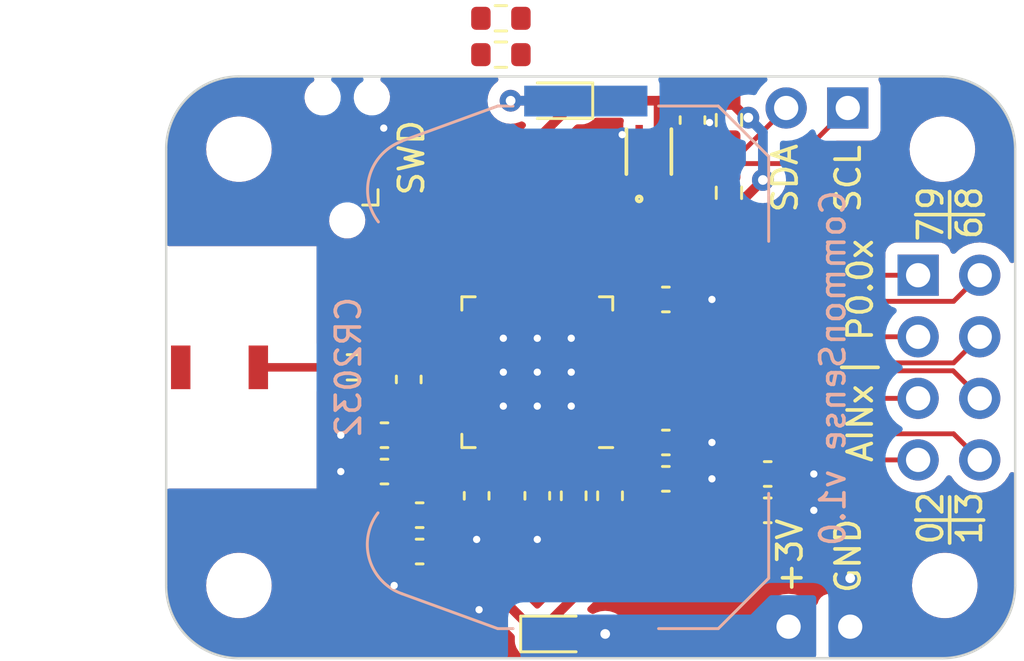
<source format=kicad_pcb>
(kicad_pcb (version 20221018) (generator pcbnew)
  (layers (0 "F.Cu" signal) (31 "B.Cu" signal) (34 "B.Paste" user) (35 "F.Paste" user) (36 "B.SilkS" user "B.Silkscreen") (37 "F.SilkS" user "F.Silkscreen") (38 "B.Mask" user) (39 "F.Mask" user) (44 "Edge.Cuts" user))
  (net 0 "")
  (net 1 "/RF")
  (net 2 "GND")
  (net 3 "/XL1")
  (net 4 "/XL2")
  (net 5 "/DEC1")
  (net 6 "/DEC4")
  (net 7 "/DEC3")
  (net 8 "/DEC2")
  (net 9 "/XC1")
  (net 10 "/XC2")
  (net 11 "/ANT")
  (net 12 "/LED_RES")
  (net 13 "/STATUS_LED")
  (net 14 "/P0.09")
  (net 15 "/P0.08")
  (net 16 "/P0.07")
  (net 17 "/P0.06")
  (net 18 "/AIN3")
  (net 19 "/AIN2")
  (net 20 "/AIN1")
  (net 21 "/AIN0")
  (net 32 "/SWDCLK")
  (net 33 "/SWDIO")
  (net 43 "/SDA")
  (net 44 "/SCL")
  (net 46 "/NRESET")
  (net 47 "/DCC")
  (net 48 "/L_MID")
  (net 49 "+BATT")
  (net 50 "+3V0")
  (footprint "Diode_SMD:D_0603_1608Metric" (layer "F.Cu") (at 152.1 57 180)
    (fp_text reference "D3" hide)
    (fp_text value "CDBU0130L-HF " hide)
    (fp_line (start -1.485 -0.735) (end -1.485 0.735) (stroke (width 0.12)) (layer "F.SilkS"))
    (fp_line (start -1.485 0.735) (end 0.8 0.735) (stroke (width 0.12)) (layer "F.SilkS"))
    (fp_line (start 0.8 -0.735) (end -1.485 -0.735) (stroke (width 0.12)) (layer "F.SilkS"))
    (pad "1" smd roundrect (at -0.7875 0 180) (size 0.875 0.95) (layers "F.Cu" "F.Paste" "F.Mask") (net 50 "+3V0"))
    (pad "2" smd roundrect (at 0.7875 0 180) (size 0.875 0.95) (layers "F.Cu" "F.Paste" "F.Mask") (net 49 "+BATT"))
  )
  (footprint "Connector_PinHeader_2.54mm:PinHeader_1x02_P2.54mm_Vertical" (layer "F.Cu") (at 164.2 78.7 -90)
    (fp_text reference "J2" hide)
    (fp_text value "Conn_01x02" hide)
    (pad "1" thru_hole rect locked (at 0 0 270) (size 1.7 1.7) (drill 1) (layers "*.Cu" "*.Mask") (net 2 "GND"))
    (pad "2" thru_hole oval locked (at 0 2.54 270) (size 1.7 1.7) (drill 1) (layers "*.Cu" "*.Mask") (net 49 "+BATT"))
  )
  (footprint "Capacitor_SMD:C_0603_1608Metric" (layer "F.Cu") (at 145 70.8 180)
    (fp_text reference "C9" hide)
    (fp_text value "N.C." hide)
    (fp_line (start -0.14058 -0.51) (end 0.14058 -0.51) (stroke (width 0.12)) (layer "F.SilkS"))
    (fp_line (start -0.14058 0.51) (end 0.14058 0.51) (stroke (width 0.12)) (layer "F.SilkS"))
    (pad "1" smd roundrect (at -0.775 0 180) (size 0.9 0.95) (layers "F.Cu" "F.Paste" "F.Mask") (net 8 "/DEC2"))
    (pad "2" smd roundrect (at 0.775 0 180) (size 0.9 0.95) (layers "F.Cu" "F.Paste" "F.Mask") (net 2 "GND"))
  )
  (footprint "Capacitor_SMD:C_0603_1608Metric" (layer "F.Cu") (at 156.6 71.1 180)
    (fp_text reference "C3" hide)
    (fp_text value "100n" hide)
    (fp_line (start -0.14058 -0.51) (end 0.14058 -0.51) (stroke (width 0.12)) (layer "F.SilkS"))
    (fp_line (start -0.14058 0.51) (end 0.14058 0.51) (stroke (width 0.12)) (layer "F.SilkS"))
    (pad "1" smd roundrect (at -0.775 0 180) (size 0.9 0.95) (layers "F.Cu" "F.Paste" "F.Mask") (net 2 "GND"))
    (pad "2" smd roundrect (at 0.775 0 180) (size 0.9 0.95) (layers "F.Cu" "F.Paste" "F.Mask") (net 5 "/DEC1"))
  )
  (footprint "Diode_SMD:D_0603_1608Metric" (layer "F.Cu") (at 152.1 79)
    (fp_text reference "D2" hide)
    (fp_text value "CDBU0130L-HF " hide)
    (fp_line (start -1.485 -0.735) (end -1.485 0.735) (stroke (width 0.12)) (layer "F.SilkS"))
    (fp_line (start -1.485 0.735) (end 0.8 0.735) (stroke (width 0.12)) (layer "F.SilkS"))
    (fp_line (start 0.8 -0.735) (end -1.485 -0.735) (stroke (width 0.12)) (layer "F.SilkS"))
    (pad "1" smd roundrect (at -0.7875 0) (size 0.875 0.95) (layers "F.Cu" "F.Paste" "F.Mask") (net 50 "+3V0"))
    (pad "2" smd roundrect (at 0.7875 0) (size 0.875 0.95) (layers "F.Cu" "F.Paste" "F.Mask") (net 49 "+BATT"))
  )
  (footprint "MountingHole:MountingHole_2.2mm_M2" (layer "F.Cu") (at 168.1 77)
    (fp_text reference "H4" hide)
    (fp_text value "MountingHole" hide)
    (pad "" np_thru_hole circle locked (at 0 0) (size 2.2 2.2) (drill 2.2) (layers "*.Cu" "*.Mask"))
  )
  (footprint "Inductor_SMD:L_0603_1608Metric" (layer "F.Cu") (at 154.3 73.3 90)
    (fp_text reference "L3" hide)
    (fp_text value "10uH" hide)
    (fp_line (start -0.162779 -0.51) (end 0.162779 -0.51) (stroke (width 0.12)) (layer "F.SilkS"))
    (fp_line (start -0.162779 0.51) (end 0.162779 0.51) (stroke (width 0.12)) (layer "F.SilkS"))
    (pad "1" smd roundrect (at -0.7875 0 90) (size 0.875 0.95) (layers "F.Cu" "F.Paste" "F.Mask") (net 48 "/L_MID"))
    (pad "2" smd roundrect (at 0.7875 0 90) (size 0.875 0.95) (layers "F.Cu" "F.Paste" "F.Mask") (net 47 "/DCC"))
  )
  (footprint "MountingHole:MountingHole_2.2mm_M2" (layer "F.Cu") (at 139 77)
    (fp_text reference "H1" hide)
    (fp_text value "MountingHole" hide)
    (pad "" np_thru_hole circle locked (at 0 0) (size 2.2 2.2) (drill 2.2) (layers "*.Cu" "*.Mask"))
  )
  (footprint "Connector_PinHeader_2.54mm:PinHeader_2x04_P2.54mm_Vertical" (layer "F.Cu") (at 167 64.2)
    (fp_text reference "J1" hide)
    (fp_text value "Conn_02x04_Counter_Clockwise" hide)
    (pad "1" thru_hole rect locked (at 0 0) (size 1.7 1.7) (drill 1) (layers "*.Cu" "*.Mask") (net 14 "/P0.09"))
    (pad "2" thru_hole oval locked (at 2.54 0) (size 1.7 1.7) (drill 1) (layers "*.Cu" "*.Mask") (net 15 "/P0.08"))
    (pad "3" thru_hole oval locked (at 0 2.54) (size 1.7 1.7) (drill 1) (layers "*.Cu" "*.Mask") (net 16 "/P0.07"))
    (pad "4" thru_hole oval locked (at 2.54 2.54) (size 1.7 1.7) (drill 1) (layers "*.Cu" "*.Mask") (net 17 "/P0.06"))
    (pad "5" thru_hole oval locked (at 0 5.08) (size 1.7 1.7) (drill 1) (layers "*.Cu" "*.Mask") (net 19 "/AIN2"))
    (pad "6" thru_hole oval locked (at 2.54 5.08) (size 1.7 1.7) (drill 1) (layers "*.Cu" "*.Mask") (net 18 "/AIN3"))
    (pad "7" thru_hole oval locked (at 0 7.62) (size 1.7 1.7) (drill 1) (layers "*.Cu" "*.Mask") (net 21 "/AIN0"))
    (pad "8" thru_hole oval locked (at 2.54 7.62) (size 1.7 1.7) (drill 1) (layers "*.Cu" "*.Mask") (net 20 "/AIN1"))
  )
  (footprint "encyclopedia_galactica:ECS-.327-12.5-12R-TR" (layer "F.Cu") (at 160.076228 75.527211 180)
    (fp_text reference "Y1" hide)
    (fp_text value " ECS-.327-12.5-12R-TR " hide)
    (pad "1" smd rect (at -0.7 0 180) (size 0.6 1.1) (layers "F.Cu" "F.Paste" "F.Mask") (net 4 "/XL2"))
    (pad "2" smd rect (at 0.7 0 180) (size 0.6 1.1) (layers "F.Cu" "F.Paste" "F.Mask") (net 3 "/XL1"))
  )
  (footprint "encyclopedia_galactica:2108838-1" (layer "F.Cu") (at 135.7 68)
    (fp_text reference "2108838-1" hide)
    (fp_text value "~" hide)
    (pad "1" smd rect (at 4.1 0) (size 0.8 1.8) (layers "F.Cu" "F.Paste" "F.Mask") (net 1 "/RF"))
    (pad "2" smd rect (at 0.9 0) (size 0.8 1.8) (layers "F.Cu" "F.Paste" "F.Mask"))
    (zone (net 0) (net_name "") (layers "*.Cu") (connect_pads (clearance 0)) (min_thickness 0.25)
      (keepout (tracks allowed) (vias not_allowed) (pads allowed) (copperpour not_allowed) (footprints not_allowed))
      (fill (thermal_gap 0.5) (thermal_bridge_width 0.5))
      (polygon (pts (xy 129.2 63) (xy 129.2 73) (xy 142.2 73) (xy 142.2 63)))
    )
  )
  (footprint "MountingHole:MountingHole_2.2mm_M2" (layer "F.Cu") (at 139 59)
    (fp_text reference "H2" hide)
    (fp_text value "MountingHole" hide)
    (pad "" np_thru_hole circle locked (at 0 0) (size 2.2 2.2) (drill 2.2) (layers "*.Cu" "*.Mask"))
  )
  (footprint "Connector_PinHeader_2.54mm:PinHeader_1x02_P2.54mm_Vertical" (layer "F.Cu") (at 164.1 57.3 -90)
    (fp_text reference "J3" hide)
    (fp_text value "Conn_01x02" hide)
    (pad "1" thru_hole rect locked (at 0 0 270) (size 1.7 1.7) (drill 1) (layers "*.Cu" "*.Mask") (net 44 "/SCL"))
    (pad "2" thru_hole oval locked (at 0 2.54 270) (size 1.7 1.7) (drill 1) (layers "*.Cu" "*.Mask") (net 43 "/SDA"))
  )
  (footprint "Resistor_SMD:R_0603_1608Metric" (layer "F.Cu") (at 149.8 53.6)
    (fp_text reference "D1" hide)
    (fp_text value "LED" hide)
    (fp_line (start -0.237258 -0.5225) (end 0.237258 -0.5225) (stroke (width 0.12)) (layer "F.SilkS"))
    (fp_line (start -0.237258 0.5225) (end 0.237258 0.5225) (stroke (width 0.12)) (layer "F.SilkS"))
    (pad "1" smd roundrect (at -0.825 0) (size 0.8 0.95) (layers "F.Cu" "F.Paste" "F.Mask") (net 2 "GND"))
    (pad "2" smd roundrect (at 0.825 0) (size 0.8 0.95) (layers "F.Cu" "F.Paste" "F.Mask") (net 12 "/LED_RES"))
  )
  (footprint "Package_DFN_QFN:QFN-48-1EP_6x6mm_P0.4mm_EP4.6x4.6mm" (layer "F.Cu") (at 151.3 68.2 180)
    (fp_text reference "U1" hide)
    (fp_text value "NRF52810-QFAA-R7" hide)
    (fp_line (start -3.11 3.11) (end -3.11 2.56) (stroke (width 0.12)) (layer "F.SilkS"))
    (fp_line (start -2.56 -3.11) (end -3.11 -3.11) (stroke (width 0.12)) (layer "F.SilkS"))
    (fp_line (start -2.56 3.11) (end -3.11 3.11) (stroke (width 0.12)) (layer "F.SilkS"))
    (fp_line (start 2.56 -3.11) (end 3.11 -3.11) (stroke (width 0.12)) (layer "F.SilkS"))
    (fp_line (start 2.56 3.11) (end 3.11 3.11) (stroke (width 0.12)) (layer "F.SilkS"))
    (fp_line (start 3.11 -3.11) (end 3.11 -2.56) (stroke (width 0.12)) (layer "F.SilkS"))
    (fp_line (start 3.11 3.11) (end 3.11 2.56) (stroke (width 0.12)) (layer "F.SilkS"))
    (pad "1" smd roundrect (at -2.95 -2.2 180) (size 0.8 0.2) (layers "F.Cu" "F.Paste" "F.Mask") (net 5 "/DEC1"))
    (pad "2" smd roundrect (at -2.95 -1.8 180) (size 0.8 0.2) (layers "F.Cu" "F.Paste" "F.Mask") (net 3 "/XL1"))
    (pad "3" smd roundrect (at -2.95 -1.4 180) (size 0.8 0.2) (layers "F.Cu" "F.Paste" "F.Mask") (net 4 "/XL2"))
    (pad "4" smd roundrect (at -2.95 -1 180) (size 0.8 0.2) (layers "F.Cu" "F.Paste" "F.Mask") (net 21 "/AIN0"))
    (pad "5" smd roundrect (at -2.95 -0.6 180) (size 0.8 0.2) (layers "F.Cu" "F.Paste" "F.Mask") (net 20 "/AIN1"))
    (pad "6" smd roundrect (at -2.95 -0.2 180) (size 0.8 0.2) (layers "F.Cu" "F.Paste" "F.Mask") (net 19 "/AIN2"))
    (pad "7" smd roundrect (at -2.95 0.2 180) (size 0.8 0.2) (layers "F.Cu" "F.Paste" "F.Mask") (net 18 "/AIN3"))
    (pad "8" smd roundrect (at -2.95 0.6 180) (size 0.8 0.2) (layers "F.Cu" "F.Paste" "F.Mask") (net 17 "/P0.06"))
    (pad "9" smd roundrect (at -2.95 1 180) (size 0.8 0.2) (layers "F.Cu" "F.Paste" "F.Mask") (net 16 "/P0.07"))
    (pad "10" smd roundrect (at -2.95 1.4 180) (size 0.8 0.2) (layers "F.Cu" "F.Paste" "F.Mask") (net 15 "/P0.08"))
    (pad "11" smd roundrect (at -2.95 1.8 180) (size 0.8 0.2) (layers "F.Cu" "F.Paste" "F.Mask") (net 14 "/P0.09"))
    (pad "12" smd roundrect (at -2.95 2.2 180) (size 0.8 0.2) (layers "F.Cu" "F.Paste" "F.Mask"))
    (pad "13" smd roundrect (at -2.2 2.95 180) (size 0.2 0.8) (layers "F.Cu" "F.Paste" "F.Mask") (net 50 "+3V0"))
    (pad "14" smd roundrect (at -1.8 2.95 180) (size 0.2 0.8) (layers "F.Cu" "F.Paste" "F.Mask"))
    (pad "15" smd roundrect (at -1.4 2.95 180) (size 0.2 0.8) (layers "F.Cu" "F.Paste" "F.Mask"))
    (pad "16" smd roundrect (at -1 2.95 180) (size 0.2 0.8) (layers "F.Cu" "F.Paste" "F.Mask") (net 44 "/SCL"))
    (pad "17" smd roundrect (at -0.6 2.95 180) (size 0.2 0.8) (layers "F.Cu" "F.Paste" "F.Mask") (net 43 "/SDA"))
    (pad "18" smd roundrect (at -0.2 2.95 180) (size 0.2 0.8) (layers "F.Cu" "F.Paste" "F.Mask"))
    (pad "19" smd roundrect (at 0.2 2.95 180) (size 0.2 0.8) (layers "F.Cu" "F.Paste" "F.Mask"))
    (pad "20" smd roundrect (at 0.6 2.95 180) (size 0.2 0.8) (layers "F.Cu" "F.Paste" "F.Mask"))
    (pad "21" smd roundrect (at 1 2.95 180) (size 0.2 0.8) (layers "F.Cu" "F.Paste" "F.Mask"))
    (pad "22" smd roundrect (at 1.4 2.95 180) (size 0.2 0.8) (layers "F.Cu" "F.Paste" "F.Mask"))
    (pad "23" smd roundrect (at 1.8 2.95 180) (size 0.2 0.8) (layers "F.Cu" "F.Paste" "F.Mask") (net 13 "/STATUS_LED"))
    (pad "24" smd roundrect (at 2.2 2.95 180) (size 0.2 0.8) (layers "F.Cu" "F.Paste" "F.Mask") (net 46 "/NRESET"))
    (pad "25" smd roundrect (at 2.95 2.2 180) (size 0.8 0.2) (layers "F.Cu" "F.Paste" "F.Mask") (net 32 "/SWDCLK"))
    (pad "26" smd roundrect (at 2.95 1.8 180) (size 0.8 0.2) (layers "F.Cu" "F.Paste" "F.Mask") (net 33 "/SWDIO"))
    (pad "27" smd roundrect (at 2.95 1.4 180) (size 0.8 0.2) (layers "F.Cu" "F.Paste" "F.Mask"))
    (pad "28" smd roundrect (at 2.95 1 180) (size 0.8 0.2) (layers "F.Cu" "F.Paste" "F.Mask"))
    (pad "29" smd roundrect (at 2.95 0.6 180) (size 0.8 0.2) (layers "F.Cu" "F.Paste" "F.Mask"))
    (pad "30" smd roundrect (at 2.95 0.2 180) (size 0.8 0.2) (layers "F.Cu" "F.Paste" "F.Mask") (net 11 "/ANT"))
    (pad "31" smd roundrect (at 2.95 -0.2 180) (size 0.8 0.2) (layers "F.Cu" "F.Paste" "F.Mask") (net 2 "GND"))
    (pad "32" smd roundrect (at 2.95 -0.6 180) (size 0.8 0.2) (layers "F.Cu" "F.Paste" "F.Mask") (net 8 "/DEC2"))
    (pad "33" smd roundrect (at 2.95 -1 180) (size 0.8 0.2) (layers "F.Cu" "F.Paste" "F.Mask") (net 7 "/DEC3"))
    (pad "34" smd roundrect (at 2.95 -1.4 180) (size 0.8 0.2) (layers "F.Cu" "F.Paste" "F.Mask") (net 10 "/XC2"))
    (pad "35" smd roundrect (at 2.95 -1.8 180) (size 0.8 0.2) (layers "F.Cu" "F.Paste" "F.Mask") (net 9 "/XC1"))
    (pad "36" smd roundrect (at 2.95 -2.2 180) (size 0.8 0.2) (layers "F.Cu" "F.Paste" "F.Mask") (net 50 "+3V0"))
    (pad "37" smd roundrect (at 2.2 -2.95 180) (size 0.2 0.8) (layers "F.Cu" "F.Paste" "F.Mask"))
    (pad "38" smd roundrect (at 1.8 -2.95 180) (size 0.2 0.8) (layers "F.Cu" "F.Paste" "F.Mask"))
    (pad "39" smd roundrect (at 1.4 -2.95 180) (size 0.2 0.8) (layers "F.Cu" "F.Paste" "F.Mask"))
    (pad "40" smd roundrect (at 1 -2.95 180) (size 0.2 0.8) (layers "F.Cu" "F.Paste" "F.Mask"))
    (pad "41" smd roundrect (at 0.6 -2.95 180) (size 0.2 0.8) (layers "F.Cu" "F.Paste" "F.Mask"))
    (pad "42" smd roundrect (at 0.2 -2.95 180) (size 0.2 0.8) (layers "F.Cu" "F.Paste" "F.Mask"))
    (pad "43" smd roundrect (at -0.2 -2.95 180) (size 0.2 0.8) (layers "F.Cu" "F.Paste" "F.Mask"))
    (pad "44" smd roundrect (at -0.6 -2.95 180) (size 0.2 0.8) (layers "F.Cu" "F.Paste" "F.Mask"))
    (pad "45" smd roundrect (at -1 -2.95 180) (size 0.2 0.8) (layers "F.Cu" "F.Paste" "F.Mask") (net 2 "GND"))
    (pad "46" smd roundrect (at -1.4 -2.95 180) (size 0.2 0.8) (layers "F.Cu" "F.Paste" "F.Mask") (net 6 "/DEC4"))
    (pad "47" smd roundrect (at -1.8 -2.95 180) (size 0.2 0.8) (layers "F.Cu" "F.Paste" "F.Mask") (net 47 "/DCC"))
    (pad "48" smd roundrect (at -2.2 -2.95 180) (size 0.2 0.8) (layers "F.Cu" "F.Paste" "F.Mask") (net 50 "+3V0"))
    (pad "49" smd rect (at 0 0 180) (size 4.6 4.6) (layers "F.Cu" "F.Mask") (net 2 "GND"))
  )
  (footprint "Capacitor_SMD:C_0603_1608Metric" (layer "F.Cu") (at 145 72.3 180)
    (fp_text reference "C8" hide)
    (fp_text value "100pF" hide)
    (fp_line (start -0.14058 -0.51) (end 0.14058 -0.51) (stroke (width 0.12)) (layer "F.SilkS"))
    (fp_line (start -0.14058 0.51) (end 0.14058 0.51) (stroke (width 0.12)) (layer "F.SilkS"))
    (pad "1" smd roundrect (at -0.775 0 180) (size 0.9 0.95) (layers "F.Cu" "F.Paste" "F.Mask") (net 7 "/DEC3"))
    (pad "2" smd roundrect (at 0.775 0 180) (size 0.9 0.95) (layers "F.Cu" "F.Paste" "F.Mask") (net 2 "GND"))
  )
  (footprint "Capacitor_SMD:C_0603_1608Metric" (layer "F.Cu") (at 156.6 72.6 180)
    (fp_text reference "C5" hide)
    (fp_text value "4u7" hide)
    (fp_line (start -0.14058 -0.51) (end 0.14058 -0.51) (stroke (width 0.12)) (layer "F.SilkS"))
    (fp_line (start -0.14058 0.51) (end 0.14058 0.51) (stroke (width 0.12)) (layer "F.SilkS"))
    (pad "1" smd roundrect (at -0.775 0 180) (size 0.9 0.95) (layers "F.Cu" "F.Paste" "F.Mask") (net 2 "GND"))
    (pad "2" smd roundrect (at 0.775 0 180) (size 0.9 0.95) (layers "F.Cu" "F.Paste" "F.Mask") (net 50 "+3V0"))
  )
  (footprint "Capacitor_SMD:C_0603_1608Metric" (layer "F.Cu") (at 146.45 74.1 180)
    (fp_text reference "C11" hide)
    (fp_text value "12pF" hide)
    (fp_line (start -0.14058 -0.51) (end 0.14058 -0.51) (stroke (width 0.12)) (layer "F.SilkS"))
    (fp_line (start -0.14058 0.51) (end 0.14058 0.51) (stroke (width 0.12)) (layer "F.SilkS"))
    (pad "1" smd roundrect (at -0.775 0 180) (size 0.9 0.95) (layers "F.Cu" "F.Paste" "F.Mask") (net 10 "/XC2"))
    (pad "2" smd roundrect (at 0.775 0 180) (size 0.9 0.95) (layers "F.Cu" "F.Paste" "F.Mask") (net 2 "GND"))
  )
  (footprint "Resistor_SMD:R_0603_1608Metric" (layer "F.Cu") (at 159.2 57.8 -90)
    (fp_text reference "R4" hide)
    (fp_text value "10k" hide)
    (fp_line (start -0.237258 -0.5225) (end 0.237258 -0.5225) (stroke (width 0.12)) (layer "F.SilkS"))
    (fp_line (start -0.237258 0.5225) (end 0.237258 0.5225) (stroke (width 0.12)) (layer "F.SilkS"))
    (pad "1" smd roundrect (at -0.825 0 270) (size 0.8 0.95) (layers "F.Cu" "F.Paste" "F.Mask") (net 50 "+3V0"))
    (pad "2" smd roundrect (at 0.825 0 270) (size 0.8 0.95) (layers "F.Cu" "F.Paste" "F.Mask") (net 43 "/SDA"))
  )
  (footprint "Connector:Tag-Connect_TC2030-IDC-NL_2x03_P1.27mm_Vertical" (layer "F.Cu") (at 143.465 59.4 90)
    (fp_text reference "J5" hide)
    (fp_text value "Conn_ARM_SWD_TagConnect_TC2030-NL" hide)
    (fp_line (start -1.905 1.27) (end -1.905 0.635) (stroke (width 0.12)) (layer "F.SilkS"))
    (fp_line (start -1.27 1.27) (end -1.905 1.27) (stroke (width 0.12)) (layer "F.SilkS"))
    (pad "" np_thru_hole circle (at -2.54 0 90) (size 0.9906 0.9906) (drill 0.9906) (layers "*.Cu" "*.Mask"))
    (pad "" np_thru_hole circle (at 2.54 -1.016 90) (size 0.9906 0.9906) (drill 0.9906) (layers "*.Cu" "*.Mask"))
    (pad "" np_thru_hole circle (at 2.54 1.016 90) (size 0.9906 0.9906) (drill 0.9906) (layers "*.Cu" "*.Mask"))
    (pad "1" connect circle (at -1.27 0.635 90) (size 0.7874 0.7874) (layers "F.Cu" "F.Mask") (net 50 "+3V0"))
    (pad "2" connect circle (at -1.27 -0.635 90) (size 0.7874 0.7874) (layers "F.Cu" "F.Mask") (net 33 "/SWDIO"))
    (pad "3" connect circle (at 0 0.635 90) (size 0.7874 0.7874) (layers "F.Cu" "F.Mask") (net 46 "/NRESET"))
    (pad "4" connect circle (at 0 -0.635 90) (size 0.7874 0.7874) (layers "F.Cu" "F.Mask") (net 32 "/SWDCLK"))
    (pad "5" connect circle (at 1.27 0.635 90) (size 0.7874 0.7874) (layers "F.Cu" "F.Mask") (net 2 "GND"))
    (pad "6" connect circle (at 1.27 -0.635 90) (size 0.7874 0.7874) (layers "F.Cu" "F.Mask"))
    (zone (net 0) (net_name "") (layer "F.Cu") (connect_pads (clearance 0)) (min_thickness 0.254)
      (keepout (tracks allowed) (vias not_allowed) (pads allowed) (copperpour not_allowed) (footprints not_allowed))
      (fill (thermal_gap 0.508) (thermal_bridge_width 0.508))
      (polygon (pts (xy 142.83 58.13) (xy 142.83 60.67) (xy 144.1 60.67) (xy 144.1 58.13)))
    )
  )
  (footprint "Resistor_SMD:R_0603_1608Metric" (layer "F.Cu") (at 149.8 55.1)
    (fp_text reference "R1" hide)
    (fp_text value "R" hide)
    (fp_line (start -0.237258 -0.5225) (end 0.237258 -0.5225) (stroke (width 0.12)) (layer "F.SilkS"))
    (fp_line (start -0.237258 0.5225) (end 0.237258 0.5225) (stroke (width 0.12)) (layer "F.SilkS"))
    (pad "1" smd roundrect (at -0.825 0) (size 0.8 0.95) (layers "F.Cu" "F.Paste" "F.Mask") (net 13 "/STATUS_LED"))
    (pad "2" smd roundrect (at 0.825 0) (size 0.8 0.95) (layers "F.Cu" "F.Paste" "F.Mask") (net 12 "/LED_RES"))
  )
  (footprint "MountingHole:MountingHole_2.2mm_M2" (layer "F.Cu") (at 168 59)
    (fp_text reference "H3" hide)
    (fp_text value "MountingHole" hide)
    (pad "" np_thru_hole circle locked (at 0 0) (size 2.2 2.2) (drill 2.2) (layers "*.Cu" "*.Mask"))
  )
  (footprint "Resistor_SMD:R_0603_1608Metric" (layer "F.Cu") (at 143.7 68 180)
    (fp_text reference "L1" hide)
    (fp_text value "3.9nH" hide)
    (fp_line (start -0.237258 -0.5225) (end 0.237258 -0.5225) (stroke (width 0.12)) (layer "F.SilkS"))
    (fp_line (start -0.237258 0.5225) (end 0.237258 0.5225) (stroke (width 0.12)) (layer "F.SilkS"))
    (pad "1" smd roundrect (at -0.825 0 180) (size 0.8 0.95) (layers "F.Cu" "F.Paste" "F.Mask") (net 11 "/ANT"))
    (pad "2" smd roundrect (at 0.825 0 180) (size 0.8 0.95) (layers "F.Cu" "F.Paste" "F.Mask") (net 1 "/RF"))
  )
  (footprint "Resistor_SMD:R_0603_1608Metric" (layer "F.Cu") (at 159.2 60.8 -90)
    (fp_text reference "R3" hide)
    (fp_text value "10k" hide)
    (fp_line (start -0.237258 -0.5225) (end 0.237258 -0.5225) (stroke (width 0.12)) (layer "F.SilkS"))
    (fp_line (start -0.237258 0.5225) (end 0.237258 0.5225) (stroke (width 0.12)) (layer "F.SilkS"))
    (pad "1" smd roundrect (at -0.825 0 270) (size 0.8 0.95) (layers "F.Cu" "F.Paste" "F.Mask") (net 44 "/SCL"))
    (pad "2" smd roundrect (at 0.825 0 270) (size 0.8 0.95) (layers "F.Cu" "F.Paste" "F.Mask") (net 50 "+3V0"))
  )
  (footprint "Capacitor_SMD:C_0603_1608Metric" (layer "F.Cu") (at 148.8 73.3 90)
    (fp_text reference "C7" hide)
    (fp_text value "100n" hide)
    (fp_line (start -0.14058 -0.51) (end 0.14058 -0.51) (stroke (width 0.12)) (layer "F.SilkS"))
    (fp_line (start -0.14058 0.51) (end 0.14058 0.51) (stroke (width 0.12)) (layer "F.SilkS"))
    (pad "1" smd roundrect (at -0.775 0 90) (size 0.9 0.95) (layers "F.Cu" "F.Paste" "F.Mask") (net 2 "GND"))
    (pad "2" smd roundrect (at 0.775 0 90) (size 0.9 0.95) (layers "F.Cu" "F.Paste" "F.Mask") (net 50 "+3V0"))
  )
  (footprint "Capacitor_SMD:C_0603_1608Metric" (layer "F.Cu") (at 157.7 57.8 -90)
    (fp_text reference "C13" hide)
    (fp_text value "100n" hide)
    (fp_line (start -0.14058 -0.51) (end 0.14058 -0.51) (stroke (width 0.12)) (layer "F.SilkS"))
    (fp_line (start -0.14058 0.51) (end 0.14058 0.51) (stroke (width 0.12)) (layer "F.SilkS"))
    (pad "1" smd roundrect (at -0.775 0 270) (size 0.9 0.95) (layers "F.Cu" "F.Paste" "F.Mask") (net 50 "+3V0"))
    (pad "2" smd roundrect (at 0.775 0 270) (size 0.9 0.95) (layers "F.Cu" "F.Paste" "F.Mask") (net 2 "GND"))
  )
  (footprint "Capacitor_SMD:C_0603_1608Metric" (layer "F.Cu") (at 160.8 73.9)
    (fp_text reference "C2" hide)
    (fp_text value "12pF" hide)
    (fp_line (start -0.14058 -0.51) (end 0.14058 -0.51) (stroke (width 0.12)) (layer "F.SilkS"))
    (fp_line (start -0.14058 0.51) (end 0.14058 0.51) (stroke (width 0.12)) (layer "F.SilkS"))
    (pad "1" smd roundrect (at -0.775 0) (size 0.9 0.95) (layers "F.Cu" "F.Paste" "F.Mask") (net 4 "/XL2"))
    (pad "2" smd roundrect (at 0.775 0) (size 0.9 0.95) (layers "F.Cu" "F.Paste" "F.Mask") (net 2 "GND"))
  )
  (footprint "Capacitor_SMD:C_0603_1608Metric" (layer "F.Cu") (at 156.6 65.2 180)
    (fp_text reference "C4" hide)
    (fp_text value "100n" hide)
    (fp_line (start -0.14058 -0.51) (end 0.14058 -0.51) (stroke (width 0.12)) (layer "F.SilkS"))
    (fp_line (start -0.14058 0.51) (end 0.14058 0.51) (stroke (width 0.12)) (layer "F.SilkS"))
    (pad "1" smd roundrect (at -0.775 0 180) (size 0.9 0.95) (layers "F.Cu" "F.Paste" "F.Mask") (net 2 "GND"))
    (pad "2" smd roundrect (at 0.775 0 180) (size 0.9 0.95) (layers "F.Cu" "F.Paste" "F.Mask") (net 50 "+3V0"))
  )
  (footprint "encyclopedia_galactica:DFN4_SHT41_SEN" (layer "F.Cu") (at 155.9 59.1 90)
    (fp_text reference "U2" hide)
    (fp_text value "SHT41-AD1B-R2" hide)
    (fp_line (start -0.9271 0.9271) (end 0.9271 0.9271) (stroke (width 0.1524)) (layer "F.SilkS"))
    (fp_line (start 0.9271 -0.9271) (end -0.9271 -0.9271) (stroke (width 0.1524)) (layer "F.SilkS"))
    (fp_circle (center -1.950999 -0.40005) (end -1.849399 -0.40005) (stroke (width 0.1524)) (fill none) (layer "F.SilkS"))
    (pad "1" smd rect (at -0.7469 -0.40005 90) (size 0.706399 0.3056) (layers "F.Cu" "F.Paste" "F.Mask") (net 43 "/SDA"))
    (pad "2" smd rect (at -0.7469 0.40005 90) (size 0.706399 0.3056) (layers "F.Cu" "F.Paste" "F.Mask") (net 44 "/SCL"))
    (pad "3" smd rect (at 0.7469 0.40005 90) (size 0.706399 0.3056) (layers "F.Cu" "F.Paste" "F.Mask") (net 50 "+3V0"))
    (pad "4" smd rect (at 0.7469 -0.40005 90) (size 0.706399 0.3056) (layers "F.Cu" "F.Paste" "F.Mask") (net 2 "GND"))
  )
  (footprint "Capacitor_SMD:C_0603_1608Metric" (layer "F.Cu") (at 160.8 72.4)
    (fp_text reference "C1" hide)
    (fp_text value "12pF" hide)
    (fp_line (start -0.14058 -0.51) (end 0.14058 -0.51) (stroke (width 0.12)) (layer "F.SilkS"))
    (fp_line (start -0.14058 0.51) (end 0.14058 0.51) (stroke (width 0.12)) (layer "F.SilkS"))
    (pad "1" smd roundrect (at -0.775 0) (size 0.9 0.95) (layers "F.Cu" "F.Paste" "F.Mask") (net 3 "/XL1"))
    (pad "2" smd roundrect (at 0.775 0) (size 0.9 0.95) (layers "F.Cu" "F.Paste" "F.Mask") (net 2 "GND"))
  )
  (footprint "Inductor_SMD:L_0603_1608Metric" (layer "F.Cu") (at 152.8 73.3 -90)
    (fp_text reference "L2" hide)
    (fp_text value "15nH" hide)
    (fp_line (start -0.162779 -0.51) (end 0.162779 -0.51) (stroke (width 0.12)) (layer "F.SilkS"))
    (fp_line (start -0.162779 0.51) (end 0.162779 0.51) (stroke (width 0.12)) (layer "F.SilkS"))
    (pad "1" smd roundrect (at -0.7875 0 270) (size 0.875 0.95) (layers "F.Cu" "F.Paste" "F.Mask") (net 6 "/DEC4"))
    (pad "2" smd roundrect (at 0.7875 0 270) (size 0.875 0.95) (layers "F.Cu" "F.Paste" "F.Mask") (net 48 "/L_MID"))
  )
  (footprint "encyclopedia_galactica:ABM11W-30.0000MHZ-7-D1X-T3" (layer "F.Cu") (at 147.1625 77.5)
    (fp_text reference "Y2" hide)
    (fp_text value "ABM11W-32.0000MHZ-7-D1X-T3 " hide)
    (pad "1" smd rect (at -0.637 -0.487 90) (size 0.775 0.875) (layers "F.Cu" "F.Paste" "F.Mask") (net 2 "GND"))
    (pad "2" smd rect (at 0.637 -0.487 90) (size 0.775 0.875) (layers "F.Cu" "F.Paste" "F.Mask") (net 9 "/XC1"))
    (pad "3" smd rect (at -0.637 0.487 90) (size 0.775 0.875) (layers "F.Cu" "F.Paste" "F.Mask") (net 10 "/XC2"))
    (pad "4" smd rect (at 0.637 0.487 90) (size 0.775 0.875) (layers "F.Cu" "F.Paste" "F.Mask") (net 2 "GND"))
  )
  (footprint "Capacitor_SMD:C_0603_1608Metric" (layer "F.Cu") (at 146 68.5 90)
    (fp_text reference "C12" hide)
    (fp_text value "0.8pF" hide)
    (fp_line (start -0.14058 -0.51) (end 0.14058 -0.51) (stroke (width 0.12)) (layer "F.SilkS"))
    (fp_line (start -0.14058 0.51) (end 0.14058 0.51) (stroke (width 0.12)) (layer "F.SilkS"))
    (pad "1" smd roundrect (at -0.775 0 90) (size 0.9 0.95) (layers "F.Cu" "F.Paste" "F.Mask") (net 2 "GND"))
    (pad "2" smd roundrect (at 0.775 0 90) (size 0.9 0.95) (layers "F.Cu" "F.Paste" "F.Mask") (net 11 "/ANT"))
  )
  (footprint "Capacitor_SMD:C_0603_1608Metric" (layer "F.Cu") (at 151.3 73.3 -90)
    (fp_text reference "C6" hide)
    (fp_text value "1u" hide)
    (fp_line (start -0.14058 -0.51) (end 0.14058 -0.51) (stroke (width 0.12)) (layer "F.SilkS"))
    (fp_line (start -0.14058 0.51) (end 0.14058 0.51) (stroke (width 0.12)) (layer "F.SilkS"))
    (pad "1" smd roundrect (at -0.775 0 270) (size 0.9 0.95) (layers "F.Cu" "F.Paste" "F.Mask") (net 6 "/DEC4"))
    (pad "2" smd roundrect (at 0.775 0 270) (size 0.9 0.95) (layers "F.Cu" "F.Paste" "F.Mask") (net 2 "GND"))
  )
  (footprint "Capacitor_SMD:C_0603_1608Metric" (layer "F.Cu") (at 146.45 75.6 180)
    (fp_text reference "C10" hide)
    (fp_text value "12pF" hide)
    (fp_line (start -0.14058 -0.51) (end 0.14058 -0.51) (stroke (width 0.12)) (layer "F.SilkS"))
    (fp_line (start -0.14058 0.51) (end 0.14058 0.51) (stroke (width 0.12)) (layer "F.SilkS"))
    (pad "1" smd roundrect (at -0.775 0 180) (size 0.9 0.95) (layers "F.Cu" "F.Paste" "F.Mask") (net 9 "/XC1"))
    (pad "2" smd roundrect (at 0.775 0 180) (size 0.9 0.95) (layers "F.Cu" "F.Paste" "F.Mask") (net 2 "GND"))
  )
  (footprint "Battery:BatteryHolder_Keystone_3034_1x20mm" (layer "B.Cu") (at 153.3 68 90)
    (fp_text reference "BT1" hide)
    (fp_text value "Battery_Cell" hide)
    (fp_line (start -10.78 -3.63) (end -9.34 -7.58) (stroke (width 0.12)) (layer "B.SilkS"))
    (fp_line (start -10.78 -3) (end -10.78 -3.63) (stroke (width 0.12)) (layer "B.SilkS"))
    (fp_line (start -10.78 5.46) (end -10.78 3) (stroke (width 0.12)) (layer "B.SilkS"))
    (fp_line (start -8.7 7.54) (end -10.78 5.46) (stroke (width 0.12)) (layer "B.SilkS"))
    (fp_line (start -5.2 7.54) (end -8.7 7.54) (stroke (width 0.12)) (layer "B.SilkS"))
    (fp_line (start 8.7 7.54) (end 5.2 7.54) (stroke (width 0.12)) (layer "B.SilkS"))
    (fp_line (start 8.7 7.54) (end 10.78 5.46) (stroke (width 0.12)) (layer "B.SilkS"))
    (fp_line (start 10.78 -3.63) (end 9.34 -7.58) (stroke (width 0.12)) (layer "B.SilkS"))
    (fp_line (start 10.78 -3) (end 10.78 -3.63) (stroke (width 0.12)) (layer "B.SilkS"))
    (fp_line (start 10.78 5.46) (end 10.78 3) (stroke (width 0.12)) (layer "B.SilkS"))
    (fp_arc (start -9.34 -7.58) (mid -7.921654 -8.918738) (end -6.003354 -8.56653) (stroke (width 0.12)) (layer "B.SilkS"))
    (fp_arc (start 6 -8.55) (mid 7.90634 -8.911669) (end 9.325243 -7.588169) (stroke (width 0.12)) (layer "B.SilkS"))
    (pad "1" smd rect (at -10.985 0 90) (size 1.27 5.08) (layers "B.Cu" "B.Paste" "B.Mask") (net 49 "+BATT"))
    (pad "1" smd rect (at 10.985 0 90) (size 1.27 5.08) (layers "B.Cu" "B.Paste" "B.Mask") (net 49 "+BATT"))
    (pad "2" smd circle (at 0 0 90) (size 17.8 17.8) (layers "B.Cu" "B.Mask") (net 2 "GND"))
  )
  (gr_line (start 168.3 75.25) (end 168.3 73.35) (stroke (width 0.15)) (layer "F.SilkS"))
  (gr_line (start 165.35 68) (end 163.85 68) (stroke (width 0.15)) (layer "F.SilkS"))
  (gr_line (start 168.3 62.65) (end 168.3 60.75) (stroke (width 0.15)) (layer "F.SilkS"))
  (gr_line (start 166.9 74.3) (end 169.7 74.3) (stroke (width 0.15)) (layer "F.SilkS"))
  (gr_line (start 166.9 61.7) (end 169.7 61.7) (stroke (width 0.15)) (layer "F.SilkS"))
  (gr_line locked (start 168.000001 80.000001) (end 139 80) (stroke (width 0.1)) (layer "Edge.Cuts"))
  (gr_line locked (start 171 59) (end 171 77) (stroke (width 0.1)) (layer "Edge.Cuts"))
  (gr_arc locked (start 138.999999 80.000001) (mid 136.878679 79.121321) (end 135.999999 77.000001) (stroke (width 0.1)) (layer "Edge.Cuts"))
  (gr_arc locked (start 168 56) (mid 170.12132 56.87868) (end 171 59) (stroke (width 0.1)) (layer "Edge.Cuts"))
  (gr_arc locked (start 135.999999 58.999999) (mid 136.878679 56.878679) (end 138.999999 55.999999) (stroke (width 0.1)) (layer "Edge.Cuts"))
  (gr_line locked (start 139 56) (end 168 56) (stroke (width 0.1)) (layer "Edge.Cuts"))
  (gr_arc locked (start 171.000001 77.000001) (mid 170.121321 79.121321) (end 168.000001 80.000001) (stroke (width 0.1)) (layer "Edge.Cuts"))
  (gr_line locked (start 136 77) (end 136 59) (stroke (width 0.1)) (layer "Edge.Cuts"))
  (gr_text "CommonSense v1.0" (at 162.9 60.6 90) (layer "B.SilkS") (effects (font (size 1 1)) (justify left top mirror)))
  (gr_text "CR2032" (at 144.1 65 90) (layer "B.SilkS") (effects (font (size 1 1)) (justify left bottom mirror)))
  (gr_text "7" (at 168.1 62.9 90) (layer "F.SilkS") (effects (font (size 1 1)) (justify left bottom)))
  (gr_text "SCL" (at 164.7 61.7 90) (layer "F.SilkS") (effects (font (size 1 1)) (justify left bottom)))
  (gr_text "SDA" (at 162.1 61.7 90) (layer "F.SilkS") (effects (font (size 1 1)) (justify left bottom)))
  (gr_text "P0.0x" (at 165.2 67 90) (layer "F.SilkS") (effects (font (size 1 1)) (justify left bottom)))
  (gr_text "+3V" (at 162.3 77.4 90) (layer "F.SilkS") (effects (font (size 1 1)) (justify left bottom)))
  (gr_text "6" (at 169.7 62.8 90) (layer "F.SilkS") (effects (font (size 1 1)) (justify left bottom)))
  (gr_text "SWD" (at 146.7 61 90) (layer "F.SilkS") (effects (font (size 1 1)) (justify left bottom)))
  (gr_text "GND" (at 164.7 77.4 90) (layer "F.SilkS") (effects (font (size 1 1)) (justify left bottom)))
  (gr_text "0" (at 168.1 75.4 90) (layer "F.SilkS") (effects (font (size 1 1)) (justify left bottom)))
  (gr_text "AINx" (at 165.2 72 90) (layer "F.SilkS") (effects (font (size 1 1)) (justify left bottom)))
  (gr_text "3" (at 169.7 74.2 90) (layer "F.SilkS") (effects (font (size 1 1)) (justify left bottom)))
  (gr_text "9" (at 168.1 61.6 90) (layer "F.SilkS") (effects (font (size 1 1)) (justify left bottom)))
  (gr_text "2" (at 168.1 74.2 90) (layer "F.SilkS") (effects (font (size 1 1)) (justify left bottom)))
  (gr_text "8" (at 169.7 61.6 90) (layer "F.SilkS") (effects (font (size 1 1)) (justify left bottom)))
  (gr_text "1" (at 169.7 75.4 90) (layer "F.SilkS") (effects (font (size 1 1)) (justify left bottom)))
  (segment (start 142.875 68) (end 139.8 68) (width 0.35) (layer "F.Cu") (net 1))
  (segment (start 144.97 58.13) (end 144.1 58.13) (width 0.4) (layer "F.Cu") (net 2))
  (segment (start 148.887 77.987) (end 148.9 78) (width 0.4) (layer "F.Cu") (net 2))
  (segment (start 149.7 68.4) (end 149.9 68.2) (width 0.2) (layer "F.Cu") (net 2))
  (segment (start 152.3 69.2) (end 151.3 68.2) (width 0.2) (layer "F.Cu") (net 2))
  (segment (start 161.575 73.9) (end 162.7 73.9) (width 0.4) (layer "F.Cu") (net 2))
  (segment (start 155.45305 58.4) (end 155.49995 58.3531) (width 0.2) (layer "F.Cu") (net 2))
  (segment (start 157.725 58.575) (end 158.4 57.9) (width 0.4) (layer "F.Cu") (net 2))
  (segment (start 145.413 77.013) (end 145.4 77) (width 0.4) (layer "F.Cu") (net 2))
  (segment (start 143.2 70.8) (end 144.225 70.8) (width 0.4) (layer "F.Cu") (net 2))
  (segment (start 157.7 58.575) (end 157.725 58.575) (width 0.4) (layer "F.Cu") (net 2))
  (segment (start 144.225 72.3) (end 143.2 72.3) (width 0.4) (layer "F.Cu") (net 2))
  (segment (start 157.375 72.6) (end 158.5 72.6) (width 0.4) (layer "F.Cu") (net 2))
  (segment (start 148.35 68.4) (end 148.312495 68.437505) (width 0.2) (layer "F.Cu") (net 2))
  (segment (start 152.3 71.15) (end 152.3 69.2) (width 0.2) (layer "F.Cu") (net 2))
  (segment (start 158.5 71.1) (end 157.375 71.1) (width 0.4) (layer "F.Cu") (net 2))
  (segment (start 164.2 78.7) (end 164.2 76.7) (width 0.4) (layer "F.Cu") (net 2))
  (segment (start 148.312495 68.437505) (end 146.837495 68.437505) (width 0.2) (layer "F.Cu") (net 2))
  (segment (start 146.837495 68.437505) (end 146 69.275) (width 0.2) (layer "F.Cu") (net 2))
  (segment (start 148.8 74.075) (end 148.8 75.1) (width 0.4) (layer "F.Cu") (net 2))
  (segment (start 148.35 68.4) (end 149.7 68.4) (width 0.2) (layer "F.Cu") (net 2))
  (segment (start 161.575 72.4) (end 162.7 72.4) (width 0.4) (layer "F.Cu") (net 2))
  (segment (start 151.3 74.075) (end 151.3 75.1) (width 0.4) (layer "F.Cu") (net 2))
  (segment (start 154.8 58.4) (end 155.45305 58.4) (width 0.2) (layer "F.Cu") (net 2))
  (segment (start 146.5255 77.013) (end 145.413 77.013) (width 0.4) (layer "F.Cu") (net 2))
  (segment (start 147.7995 77.987) (end 148.887 77.987) (width 0.4) (layer "F.Cu") (net 2))
  (segment (start 157.375 65.2) (end 158.5 65.2) (width 0.4) (layer "F.Cu") (net 2))
  (via (at 151.3 69.6) (size 0.6) (drill 0.3) (layers "F.Cu" "B.Cu") (net 2))
  (via (at 158.5 71.1) (size 0.6) (drill 0.3) (layers "F.Cu" "B.Cu") (net 2))
  (via (at 148.9 78) (size 0.6) (drill 0.3) (layers "F.Cu" "B.Cu") (net 2))
  (via (at 149.9 68.2) (size 0.6) (drill 0.3) (layers "F.Cu" "B.Cu") (net 2))
  (via (at 154.8 58.4) (size 0.6) (drill 0.3) (layers "F.Cu" "B.Cu") (net 2))
  (via (at 164.2 76.7) (size 0.9) (drill 0.4) (layers "F.Cu" "B.Cu") (net 2))
  (via (at 149.9 66.8) (size 0.6) (drill 0.3) (layers "F.Cu" "B.Cu") (net 2))
  (via (at 149.9 69.6) (size 0.6) (drill 0.3) (layers "F.Cu" "B.Cu") (net 2))
  (via (at 144.97 58.13) (size 0.6) (drill 0.3) (layers "F.Cu" "B.Cu") (net 2))
  (via (at 162.7 72.4) (size 0.6) (drill 0.3) (layers "F.Cu" "B.Cu") (net 2))
  (via (at 158.5 72.6) (size 0.6) (drill 0.3) (layers "F.Cu" "B.Cu") (net 2))
  (via (at 151.3 75.1) (size 0.6) (drill 0.3) (layers "F.Cu" "B.Cu") (net 2))
  (via (at 152.7 68.2) (size 0.6) (drill 0.3) (layers "F.Cu" "B.Cu") (net 2))
  (via (at 151.3 68.2) (size 0.6) (drill 0.3) (layers "F.Cu" "B.Cu") (net 2))
  (via (at 162.7 73.9) (size 0.6) (drill 0.3) (layers "F.Cu" "B.Cu") (net 2))
  (via (at 158.5 65.2) (size 0.6) (drill 0.3) (layers "F.Cu" "B.Cu") (net 2))
  (via (at 145.4 77) (size 0.6) (drill 0.3) (layers "F.Cu" "B.Cu") (net 2))
  (via (at 143.2 72.3) (size 0.6) (drill 0.3) (layers "F.Cu" "B.Cu") (net 2))
  (via (at 151.3 66.8) (size 0.6) (drill 0.3) (layers "F.Cu" "B.Cu") (net 2))
  (via (at 148.8 75.1) (size 0.6) (drill 0.3) (layers "F.Cu" "B.Cu") (net 2))
  (via (at 143.2 70.8) (size 0.6) (drill 0.3) (layers "F.Cu" "B.Cu") (net 2))
  (via (at 158.4 57.9) (size 0.6) (drill 0.3) (layers "F.Cu" "B.Cu") (net 2))
  (via (at 152.7 66.8) (size 0.6) (drill 0.3) (layers "F.Cu" "B.Cu") (net 2))
  (via (at 152.7 69.6) (size 0.6) (drill 0.3) (layers "F.Cu" "B.Cu") (net 2))
  (segment (start 159.376228 75.527211) (end 159.348 75.498983) (width 0.2) (layer "F.Cu") (net 3))
  (segment (start 159.348 70.848) (end 158.5 70) (width 0.2) (layer "F.Cu") (net 3))
  (segment (start 159.348 75.498983) (end 159.348 72.4) (width 0.2) (layer "F.Cu") (net 3))
  (segment (start 160.025 72.4) (end 159.348 72.4) (width 0.2) (layer "F.Cu") (net 3))
  (segment (start 158.5 70) (end 154.25 70) (width 0.2) (layer "F.Cu") (net 3))
  (segment (start 159.348 72.4) (end 159.348 70.848) (width 0.2) (layer "F.Cu") (net 3))
  (segment (start 158.7 69.6) (end 154.25 69.6) (width 0.2) (layer "F.Cu") (net 4))
  (segment (start 160.025 73.9) (end 160.776228 73.9) (width 0.2) (layer "F.Cu") (net 4))
  (segment (start 160.776228 75.527211) (end 160.776228 73.9) (width 0.2) (layer "F.Cu") (net 4))
  (segment (start 160.776228 73.9) (end 160.776228 71.676228) (width 0.2) (layer "F.Cu") (net 4))
  (segment (start 160.776228 71.676228) (end 158.7 69.6) (width 0.2) (layer "F.Cu") (net 4))
  (segment (start 154.25 70.4) (end 155.125 70.4) (width 0.2) (layer "F.Cu") (net 5))
  (segment (start 155.125 70.4) (end 155.825 71.1) (width 0.2) (layer "F.Cu") (net 5))
  (segment (start 152.7875 72.525) (end 152.8 72.5125) (width 0.4) (layer "F.Cu") (net 6))
  (segment (start 152.7 71.15) (end 152.7 72.4125) (width 0.2) (layer "F.Cu") (net 6))
  (segment (start 152.7 72.4125) (end 152.8 72.5125) (width 0.2) (layer "F.Cu") (net 6))
  (segment (start 151.3 72.525) (end 152.7875 72.525) (width 0.4) (layer "F.Cu") (net 6))
  (segment (start 145.775 72.3) (end 146.498 71.577) (width 0.2) (layer "F.Cu") (net 7))
  (segment (start 146.498 71.577) (end 146.498 70.535367) (width 0.2) (layer "F.Cu") (net 7))
  (segment (start 146.498 70.535367) (end 147.833367 69.2) (width 0.2) (layer "F.Cu") (net 7))
  (segment (start 147.833367 69.2) (end 148.35 69.2) (width 0.2) (layer "F.Cu") (net 7))
  (segment (start 145.775 70.614225) (end 145.775 70.8) (width 0.2) (layer "F.Cu") (net 8))
  (segment (start 147.589225 68.8) (end 145.775 70.614225) (width 0.2) (layer "F.Cu") (net 8))
  (segment (start 148.35 68.8) (end 147.589225 68.8) (width 0.2) (layer "F.Cu") (net 8))
  (segment (start 147.4 73.160775) (end 147.4 70.558263) (width 0.2) (layer "F.Cu") (net 9))
  (segment (start 147.7995 77.013) (end 147.95 76.8625) (width 0.2) (layer "F.Cu") (net 9))
  (segment (start 147.4 70.558263) (end 147.958263 70) (width 0.2) (layer "F.Cu") (net 9))
  (segment (start 147.225 75.6) (end 147.95 75.6) (width 0.2) (layer "F.Cu") (net 9))
  (segment (start 147.958263 70) (end 148.35 70) (width 0.2) (layer "F.Cu") (net 9))
  (segment (start 147.95 75.6) (end 147.95 73.710775) (width 0.2) (layer "F.Cu") (net 9))
  (segment (start 147.95 73.710775) (end 147.4 73.160775) (width 0.2) (layer "F.Cu") (net 9))
  (segment (start 147.95 76.8625) (end 147.95 75.6) (width 0.2) (layer "F.Cu") (net 9))
  (segment (start 147.15 77.4635) (end 146.6265 77.987) (width 0.15) (layer "F.Cu") (net 10))
  (segment (start 147.895815 69.6) (end 148.35 69.6) (width 0.2) (layer "F.Cu") (net 10))
  (segment (start 146.548 73.652) (end 147.05 73.15) (width 0.2) (layer "F.Cu") (net 10))
  (segment (start 146.9514 76.440625) (end 146.548 76.037225) (width 0.2) (layer "F.Cu") (net 10))
  (segment (start 147.05 73.15) (end 147.05 70.445815) (width 0.2) (layer "F.Cu") (net 10))
  (segment (start 146.548 76.037225) (end 146.548 74.1) (width 0.2) (layer "F.Cu") (net 10))
  (segment (start 146.6265 77.987) (end 146.5255 77.987) (width 0.15) (layer "F.Cu") (net 10))
  (segment (start 147.05 70.445815) (end 147.895815 69.6) (width 0.2) (layer "F.Cu") (net 10))
  (segment (start 146.548 74.1) (end 146.548 73.652) (width 0.2) (layer "F.Cu") (net 10))
  (segment (start 146.959375 76.440625) (end 146.9514 76.440625) (width 0.2) (layer "F.Cu") (net 10))
  (segment (start 147.15 76.63125) (end 147.15 77.4635) (width 0.15) (layer "F.Cu") (net 10))
  (segment (start 146.959375 76.440625) (end 147.15 76.63125) (width 0.15) (layer "F.Cu") (net 10))
  (segment (start 147.225 74.1) (end 146.548 74.1) (width 0.2) (layer "F.Cu") (net 10))
  (segment (start 147.9 68) (end 144.525 68) (width 0.35) (layer "F.Cu") (net 11))
  (segment (start 148.35 68) (end 147.9 68) (width 0.2) (layer "F.Cu") (net 11))
  (segment (start 164.15 64.2) (end 167 64.2) (width 0.2) (layer "F.Cu") (net 14))
  (segment (start 154.25 66.4) (end 161.95 66.4) (width 0.2) (layer "F.Cu") (net 14))
  (segment (start 161.95 66.4) (end 164.15 64.2) (width 0.2) (layer "F.Cu") (net 14))
  (segment (start 164.523 65.277) (end 168.463 65.277) (width 0.2) (layer "F.Cu") (net 15))
  (segment (start 163 66.8) (end 164.523 65.277) (width 0.2) (layer "F.Cu") (net 15))
  (segment (start 154.25 66.8) (end 163 66.8) (width 0.2) (layer "F.Cu") (net 15))
  (segment (start 168.463 65.277) (end 169.54 64.2) (width 0.2) (layer "F.Cu") (net 15))
  (segment (start 164.06 66.74) (end 167 66.74) (width 0.2) (layer "F.Cu") (net 16))
  (segment (start 154.25 67.2) (end 163.6 67.2) (width 0.2) (layer "F.Cu") (net 16))
  (segment (start 163.6 67.2) (end 164.06 66.74) (width 0.2) (layer "F.Cu") (net 16))
  (segment (start 168.463 67.817) (end 169.54 66.74) (width 0.2) (layer "F.Cu") (net 17))
  (segment (start 164.807448 67.6) (end 165.024448 67.817) (width 0.2) (layer "F.Cu") (net 17))
  (segment (start 154.25 67.6) (end 164.807448 67.6) (width 0.2) (layer "F.Cu") (net 17))
  (segment (start 165.024448 67.817) (end 168.463 67.817) (width 0.2) (layer "F.Cu") (net 17))
  (segment (start 164.745 68) (end 164.889 68.144) (width 0.2) (layer "F.Cu") (net 18))
  (segment (start 154.25 68) (end 164.745 68) (width 0.2) (layer "F.Cu") (net 18))
  (segment (start 168.444 68.144) (end 169.54 69.24) (width 0.2) (layer "F.Cu") (net 18))
  (segment (start 164.889 68.144) (end 168.444 68.144) (width 0.2) (layer "F.Cu") (net 18))
  (segment (start 169.54 69.24) (end 169.54 69.28) (width 0.2) (layer "F.Cu") (net 18))
  (segment (start 164.501891 69.28) (end 167 69.28) (width 0.2) (layer "F.Cu") (net 19))
  (segment (start 154.25 68.4) (end 163.621891 68.4) (width 0.2) (layer "F.Cu") (net 19))
  (segment (start 163.621891 68.4) (end 164.501891 69.28) (width 0.2) (layer "F.Cu") (net 19))
  (segment (start 164.948 70.743) (end 168.463 70.743) (width 0.2) (layer "F.Cu") (net 20))
  (segment (start 163.005 68.8) (end 164.948 70.743) (width 0.2) (layer "F.Cu") (net 20))
  (segment (start 168.463 70.743) (end 169.54 71.82) (width 0.2) (layer "F.Cu") (net 20))
  (segment (start 154.25 68.8) (end 163.005 68.8) (width 0.2) (layer "F.Cu") (net 20))
  (segment (start 164.501891 71.82) (end 167 71.82) (width 0.2) (layer "F.Cu") (net 21))
  (segment (start 154.25 69.2) (end 161.881891 69.2) (width 0.2) (layer "F.Cu") (net 21))
  (segment (start 161.881891 69.2) (end 164.501891 71.82) (width 0.2) (layer "F.Cu") (net 21))
  (segment (start 151.9 65.25) (end 151.9 63.822201) (width 0.2) (layer "F.Cu") (net 43))
  (segment (start 155.92025 59.266701) (end 159.2 59.266701) (width 0.2) (layer "F.Cu") (net 43))
  (segment (start 155.49995 59.8469) (end 155.49995 59.687001) (width 0.2) (layer "F.Cu") (net 43))
  (segment (start 159.593299 59.266701) (end 161.56 57.3) (width 0.2) (layer "F.Cu") (net 43))
  (segment (start 159.2 59.266701) (end 159.593299 59.266701) (width 0.2) (layer "F.Cu") (net 43))
  (segment (start 159.2 58.625) (end 159.2 59.266701) (width 0.2) (layer "F.Cu") (net 43))
  (segment (start 155.49995 60.222251) (end 155.49995 59.8469) (width 0.2) (layer "F.Cu") (net 43))
  (segment (start 151.9 63.822201) (end 155.49995 60.222251) (width 0.2) (layer "F.Cu") (net 43))
  (segment (start 155.49995 59.687001) (end 155.92025 59.266701) (width 0.2) (layer "F.Cu") (net 43))
  (segment (start 156.553249 59.593701) (end 161.806299 59.593701) (width 0.2) (layer "F.Cu") (net 44))
  (segment (start 156.30005 60.006799) (end 156.30005 59.8469) (width 0.2) (layer "F.Cu") (net 44))
  (segment (start 161.806299 59.593701) (end 164.1 57.3) (width 0.2) (layer "F.Cu") (net 44))
  (segment (start 152.3 64.006849) (end 156.30005 60.006799) (width 0.2) (layer "F.Cu") (net 44))
  (segment (start 156.30005 59.8469) (end 156.553249 59.593701) (width 0.2) (layer "F.Cu") (net 44))
  (segment (start 152.3 65.25) (end 152.3 64.006849) (width 0.2) (layer "F.Cu") (net 44))
  (segment (start 153.1 71.541737) (end 154.070763 72.5125) (width 0.2) (layer "F.Cu") (net 47))
  (segment (start 154.070763 72.5125) (end 154.3 72.5125) (width 0.2) (layer "F.Cu") (net 47))
  (segment (start 153.1 71.15) (end 153.1 71.541737) (width 0.2) (layer "F.Cu") (net 47))
  (segment (start 152.8 74.0875) (end 154.3 74.0875) (width 0.4) (layer "F.Cu") (net 48))
  (segment (start 151.3125 57) (end 150.2 57) (width 0.4) (layer "F.Cu") (net 49))
  (segment (start 152.8875 79) (end 154.1 79) (width 0.4) (layer "F.Cu") (net 49))
  (via (at 154.1 79) (size 0.9) (drill 0.4) (layers "F.Cu" "B.Cu") (net 49))
  (via (at 150.2 57) (size 0.9) (drill 0.4) (layers "F.Cu" "B.Cu") (net 49))
  (segment (start 161.375 78.985) (end 161.66 78.7) (width 0.4) (layer "B.Cu") (net 49))
  (segment (start 150.2 57) (end 153.285 57) (width 0.4) (layer "B.Cu") (net 49))
  (segment (start 153.285 57) (end 153.3 57.015) (width 0.4) (layer "B.Cu") (net 49))
  (segment (start 153.3 78.985) (end 161.375 78.985) (width 0.4) (layer "B.Cu") (net 49))
  (segment (start 148.35 72.075) (end 148.35 70.427) (width 0.4) (layer "F.Cu") (net 50))
  (segment (start 156.3 57) (end 159.175 57) (width 0.4) (layer "F.Cu") (net 50))
  (segment (start 154.375 71.15) (end 153.552 71.15) (width 0.4) (layer "F.Cu") (net 50))
  (segment (start 156.3001 58.4531) (end 156.3001 57.0001) (width 0.4) (layer "F.Cu") (net 50))
  (segment (start 150 77.7) (end 150 73.725) (width 0.4) (layer "F.Cu") (net 50))
  (segment (start 159.2 61.625) (end 159.2 61.825) (width 0.4) (layer "F.Cu") (net 50))
  (segment (start 153.55 65.2) (end 153.527 65.223) (width 0.4) (layer "F.Cu") (net 50))
  (segment (start 148.8 72.525) (end 148.35 72.075) (width 0.4) (layer "F.Cu") (net 50))
  (segment (start 155.825 74.475) (end 155.825 72.6) (width 0.4) (layer "F.Cu") (net 50))
  (segment (start 144.1 60.67) (end 149.2175 60.67) (width 0.4) (layer "F.Cu") (net 50))
  (segment (start 156.3001 57.0001) (end 156.3 57) (width 0.4) (layer "F.Cu") (net 50))
  (segment (start 152.8875 57) (end 156.3 57) (width 0.4) (layer "F.Cu") (net 50))
  (segment (start 159.925 57.7) (end 159.2 56.975) (width 0.4) (layer "F.Cu") (net 50))
  (segment (start 159.2 61.625) (end 159.245201 61.625) (width 0.4) (layer "F.Cu") (net 50))
  (segment (start 159.2 61.825) (end 155.825 65.2) (width 0.4) (layer "F.Cu") (net 50))
  (segment (start 159.245201 61.625) (end 160.6 60.270201) (width 0.4) (layer "F.Cu") (net 50))
  (segment (start 149.2175 60.67) (end 152.8875 57) (width 0.4) (layer "F.Cu") (net 50))
  (segment (start 160 57.7) (end 159.925 57.7) (width 0.4) (layer "F.Cu") (net 50))
  (segment (start 155.825 65.2) (end 153.55 65.2) (width 0.4) (layer "F.Cu") (net 50))
  (segment (start 159.175 57) (end 159.2 56.975) (width 0.4) (layer "F.Cu") (net 50))
  (segment (start 153.527 65.223) (end 153.527 65.25) (width 0.4) (layer "F.Cu") (net 50))
  (segment (start 150 73.725) (end 148.8 72.525) (width 0.4) (layer "F.Cu") (net 50))
  (segment (start 151.3 79) (end 150 77.7) (width 0.4) (layer "F.Cu") (net 50))
  (segment (start 155.825 72.6) (end 154.375 71.15) (width 0.4) (layer "F.Cu") (net 50))
  (segment (start 151.3 79) (end 155.825 74.475) (width 0.4) (layer "F.Cu") (net 50))
  (via (at 160.6 60.270201) (size 0.9) (drill 0.4) (layers "F.Cu" "B.Cu") (net 50))
  (via (at 160 57.7) (size 0.9) (drill 0.4) (layers "F.Cu" "B.Cu") (net 50))
  (segment (start 160.6 60.270201) (end 160.6 58.3) (width 0.4) (layer "B.Cu") (net 50))
  (segment (start 160.6 58.3) (end 160 57.7) (width 0.4) (layer "B.Cu") (net 50))
  (zone (net 0) (net_name "") (layer "F.Cu") (connect_pads yes (clearance 0)) (min_thickness 0.25)
    (keepout (tracks allowed) (vias allowed) (pads allowed) (copperpour not_allowed) (footprints allowed))
    (fill (thermal_gap 0.5) (thermal_bridge_width 0.5))
    (polygon (pts (xy 145.3 68.6) (xy 145.3 70) (xy 144.2 70) (xy 144.2 68.8) (xy 144.9 68.8) (xy 144.9 66.9) (xy 148.8 66.9) (xy 148.8 68.2) (xy 146.7 68.2) (xy 146.2 68.6)))
  )
  (zone (net 2) (net_name "GND") (layer "F.Cu") (priority 1) (connect_pads yes (clearance 0.5)) (min_thickness 0.25) (fill yes (thermal_gap 0.5) (thermal_bridge_width 0.5))
    (polygon (pts (xy 146.4 68.6) (xy 146.4 70) (xy 147.3 70) (xy 148.7 68.6) (xy 149.9 68.6) (xy 149.9 68.2) (xy 147.8 68.2) (xy 147.3 68.6)))
  )
  (zone locked (net 2) (net_name "GND") (layer "F.Cu") (connect_pads (clearance 0.5)) (min_thickness 0.25) (fill yes (thermal_gap 0.5) (thermal_bridge_width 0.5))
    (polygon (pts (xy 136 56) (xy 171 56) (xy 171 80) (xy 136 80)))
  )
  (zone (net 49) (net_name "+BATT") (layer "B.Cu") (priority 2) (connect_pads yes (clearance 0.5)) (min_thickness 0.25) (fill yes (thermal_gap 0.5) (thermal_bridge_width 0.5))
    (polygon (pts (xy 160.9 77.4) (xy 160.1 78.2) (xy 150.6 78.2) (xy 150.6 80) (xy 162.8 80) (xy 162.8 77.4)))
  )
  (zone locked (net 2) (net_name "GND") (layer "B.Cu") (connect_pads yes (clearance 0.5)) (min_thickness 0.25) (fill yes (thermal_gap 0.5) (thermal_bridge_width 0.5))
    (polygon (pts (xy 136 56) (xy 171 56) (xy 171 80) (xy 136 80)))
  )
)
</source>
